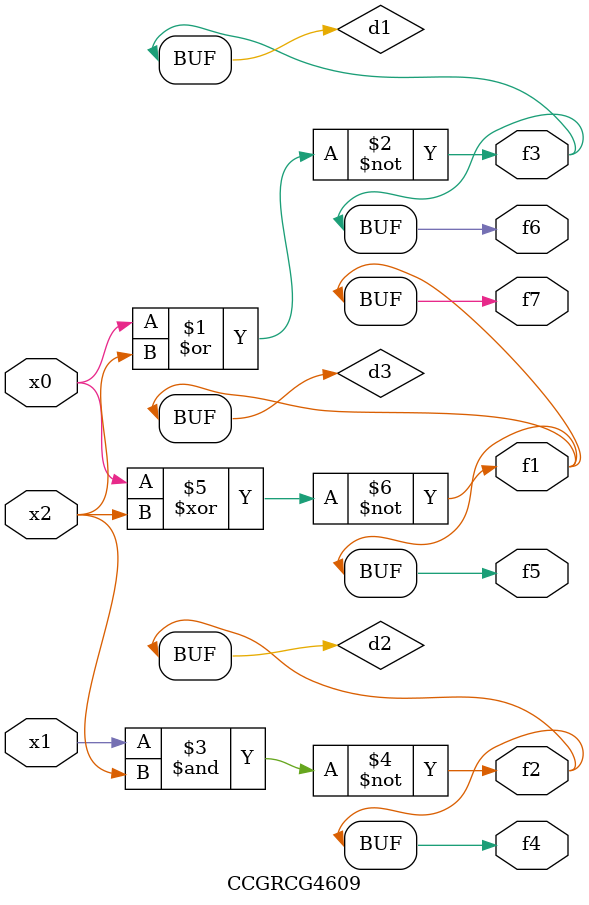
<source format=v>
module CCGRCG4609(
	input x0, x1, x2,
	output f1, f2, f3, f4, f5, f6, f7
);

	wire d1, d2, d3;

	nor (d1, x0, x2);
	nand (d2, x1, x2);
	xnor (d3, x0, x2);
	assign f1 = d3;
	assign f2 = d2;
	assign f3 = d1;
	assign f4 = d2;
	assign f5 = d3;
	assign f6 = d1;
	assign f7 = d3;
endmodule

</source>
